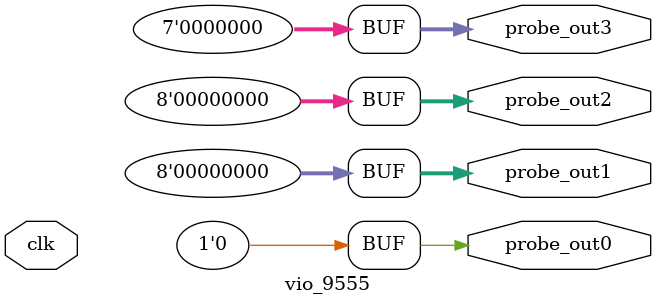
<source format=v>
`timescale 1ns / 1ps
module vio_9555 (
clk,

probe_out0,
probe_out1,
probe_out2,
probe_out3
);

input clk;

output reg [0 : 0] probe_out0 = 'h0 ;
output reg [7 : 0] probe_out1 = 'h00 ;
output reg [7 : 0] probe_out2 = 'h00 ;
output reg [6 : 0] probe_out3 = 'h00 ;


endmodule

</source>
